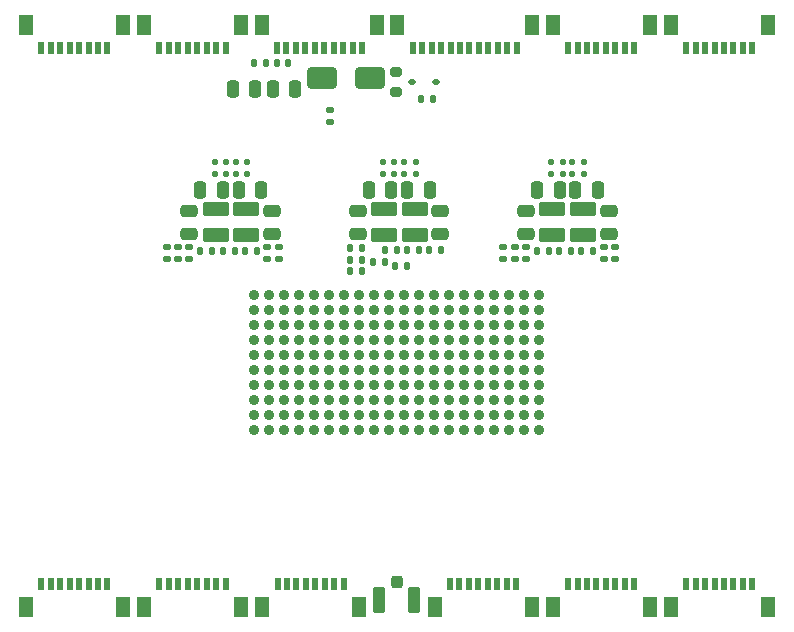
<source format=gtp>
G04 #@! TF.GenerationSoftware,KiCad,Pcbnew,8.0.5*
G04 #@! TF.CreationDate,2026-01-30T21:43:25+07:00*
G04 #@! TF.ProjectId,RouterCoreBaseRevA,526f7574-6572-4436-9f72-654261736552,rev?*
G04 #@! TF.SameCoordinates,PX2793d60PY5cfbb60*
G04 #@! TF.FileFunction,Paste,Top*
G04 #@! TF.FilePolarity,Positive*
%FSLAX46Y46*%
G04 Gerber Fmt 4.6, Leading zero omitted, Abs format (unit mm)*
G04 Created by KiCad (PCBNEW 8.0.5) date 2026-01-30 21:43:25*
%MOMM*%
%LPD*%
G01*
G04 APERTURE LIST*
G04 Aperture macros list*
%AMRoundRect*
0 Rectangle with rounded corners*
0 $1 Rounding radius*
0 $2 $3 $4 $5 $6 $7 $8 $9 X,Y pos of 4 corners*
0 Add a 4 corners polygon primitive as box body*
4,1,4,$2,$3,$4,$5,$6,$7,$8,$9,$2,$3,0*
0 Add four circle primitives for the rounded corners*
1,1,$1+$1,$2,$3*
1,1,$1+$1,$4,$5*
1,1,$1+$1,$6,$7*
1,1,$1+$1,$8,$9*
0 Add four rect primitives between the rounded corners*
20,1,$1+$1,$2,$3,$4,$5,0*
20,1,$1+$1,$4,$5,$6,$7,0*
20,1,$1+$1,$6,$7,$8,$9,0*
20,1,$1+$1,$8,$9,$2,$3,0*%
G04 Aperture macros list end*
%ADD10RoundRect,0.250000X-0.250000X-0.475000X0.250000X-0.475000X0.250000X0.475000X-0.250000X0.475000X0*%
%ADD11RoundRect,0.250000X1.000000X0.650000X-1.000000X0.650000X-1.000000X-0.650000X1.000000X-0.650000X0*%
%ADD12R,0.500000X1.000000*%
%ADD13R,1.200000X1.700000*%
%ADD14RoundRect,0.125000X0.125000X0.155000X-0.125000X0.155000X-0.125000X-0.155000X0.125000X-0.155000X0*%
%ADD15RoundRect,0.250000X0.850000X-0.375000X0.850000X0.375000X-0.850000X0.375000X-0.850000X-0.375000X0*%
%ADD16RoundRect,0.135000X0.185000X-0.135000X0.185000X0.135000X-0.185000X0.135000X-0.185000X-0.135000X0*%
%ADD17RoundRect,0.250000X0.250000X0.475000X-0.250000X0.475000X-0.250000X-0.475000X0.250000X-0.475000X0*%
%ADD18RoundRect,0.135000X-0.135000X-0.185000X0.135000X-0.185000X0.135000X0.185000X-0.135000X0.185000X0*%
%ADD19RoundRect,0.135000X-0.185000X0.135000X-0.185000X-0.135000X0.185000X-0.135000X0.185000X0.135000X0*%
%ADD20RoundRect,0.135000X0.135000X0.185000X-0.135000X0.185000X-0.135000X-0.185000X0.135000X-0.185000X0*%
%ADD21RoundRect,0.250000X0.475000X-0.250000X0.475000X0.250000X-0.475000X0.250000X-0.475000X-0.250000X0*%
%ADD22RoundRect,0.250000X-0.250000X0.275000X-0.250000X-0.275000X0.250000X-0.275000X0.250000X0.275000X0*%
%ADD23RoundRect,0.250000X-0.275000X0.850000X-0.275000X-0.850000X0.275000X-0.850000X0.275000X0.850000X0*%
%ADD24RoundRect,0.125000X-0.125000X-0.155000X0.125000X-0.155000X0.125000X0.155000X-0.125000X0.155000X0*%
%ADD25RoundRect,0.200000X-0.275000X0.200000X-0.275000X-0.200000X0.275000X-0.200000X0.275000X0.200000X0*%
%ADD26C,0.890000*%
%ADD27RoundRect,0.147500X0.147500X0.172500X-0.147500X0.172500X-0.147500X-0.172500X0.147500X-0.172500X0*%
%ADD28RoundRect,0.112500X-0.187500X-0.112500X0.187500X-0.112500X0.187500X0.112500X-0.187500X0.112500X0*%
G04 APERTURE END LIST*
D10*
X47625000Y36675000D03*
X49525000Y36675000D03*
D11*
X30200000Y46100000D03*
X26200000Y46100000D03*
D12*
X57000000Y3300000D03*
X57800000Y3300000D03*
X58600000Y3300000D03*
X59400000Y3300000D03*
X60200000Y3300000D03*
X61000000Y3300000D03*
X61800000Y3300000D03*
X62600000Y3300000D03*
D13*
X55700000Y1350000D03*
X63900000Y1350000D03*
D14*
X19820000Y38025000D03*
X18850000Y38025000D03*
D15*
X34000000Y32850000D03*
X34000000Y35000000D03*
D16*
X21525000Y30790000D03*
X21525000Y31810000D03*
D17*
X46275000Y36675000D03*
X44375000Y36675000D03*
D10*
X33375000Y36675000D03*
X35275000Y36675000D03*
D18*
X20415000Y47425000D03*
X21435000Y47425000D03*
D14*
X34085000Y38025000D03*
X33115000Y38025000D03*
D19*
X22500000Y31810000D03*
X22500000Y30790000D03*
D20*
X31510000Y30525000D03*
X30490000Y30525000D03*
D17*
X20500000Y45200000D03*
X18600000Y45200000D03*
D16*
X50025000Y30790000D03*
X50025000Y31810000D03*
D21*
X29175000Y32950000D03*
X29175000Y34850000D03*
D15*
X45650000Y32850000D03*
X45650000Y35000000D03*
D22*
X32500000Y3450000D03*
D23*
X33975000Y1925000D03*
X31025000Y1925000D03*
D18*
X32340000Y30175000D03*
X33360000Y30175000D03*
D12*
X29550000Y48700000D03*
X28750000Y48700000D03*
X27950000Y48700000D03*
X27150000Y48700000D03*
X26350000Y48700000D03*
X25550000Y48700000D03*
X24750000Y48700000D03*
X23950000Y48700000D03*
X23150000Y48700000D03*
X22350000Y48700000D03*
D13*
X30850000Y50650000D03*
X21050000Y50650000D03*
D12*
X8000000Y48700000D03*
X7200000Y48700000D03*
X6400000Y48700000D03*
X5600000Y48700000D03*
X4800000Y48700000D03*
X4000000Y48700000D03*
X3200000Y48700000D03*
X2400000Y48700000D03*
D13*
X9300000Y50650000D03*
X1100000Y50650000D03*
D19*
X41450000Y31810000D03*
X41450000Y30790000D03*
D16*
X14925000Y30790000D03*
X14925000Y31810000D03*
D17*
X32025000Y36675000D03*
X30125000Y36675000D03*
D19*
X42475000Y31810000D03*
X42475000Y30790000D03*
D15*
X31400000Y32850000D03*
X31400000Y35000000D03*
D12*
X12400000Y3300000D03*
X13200000Y3300000D03*
X14000000Y3300000D03*
X14800000Y3300000D03*
X15600000Y3300000D03*
X16400000Y3300000D03*
X17200000Y3300000D03*
X18000000Y3300000D03*
D13*
X11100000Y1350000D03*
X19300000Y1350000D03*
D24*
X45580000Y39040000D03*
X46550000Y39040000D03*
D15*
X17150000Y32850000D03*
X17150000Y35000000D03*
D21*
X50425000Y32950000D03*
X50425000Y34850000D03*
D24*
X45580000Y38025000D03*
X46550000Y38025000D03*
D12*
X52600000Y48700000D03*
X51800000Y48700000D03*
X51000000Y48700000D03*
X50200000Y48700000D03*
X49400000Y48700000D03*
X48600000Y48700000D03*
X47800000Y48700000D03*
X47000000Y48700000D03*
D13*
X53900000Y50650000D03*
X45700000Y50650000D03*
D16*
X26850000Y42365000D03*
X26850000Y43385000D03*
D12*
X37000000Y3300000D03*
X37800000Y3300000D03*
X38600000Y3300000D03*
X39400000Y3300000D03*
X40200000Y3300000D03*
X41000000Y3300000D03*
X41800000Y3300000D03*
X42600000Y3300000D03*
D13*
X35700000Y1350000D03*
X43900000Y1350000D03*
D10*
X22000000Y45200000D03*
X23900000Y45200000D03*
D18*
X28540000Y29800000D03*
X29560000Y29800000D03*
D14*
X48320000Y38025000D03*
X47350000Y38025000D03*
D18*
X46240000Y31500000D03*
X47260000Y31500000D03*
D20*
X29560000Y31700000D03*
X28540000Y31700000D03*
X35560000Y44375000D03*
X34540000Y44375000D03*
D21*
X14925000Y32950000D03*
X14925000Y34850000D03*
D12*
X62600000Y48700000D03*
X61800000Y48700000D03*
X61000000Y48700000D03*
X60200000Y48700000D03*
X59400000Y48700000D03*
X58600000Y48700000D03*
X57800000Y48700000D03*
X57000000Y48700000D03*
D13*
X63900000Y50650000D03*
X55700000Y50650000D03*
D25*
X32450000Y46625000D03*
X32450000Y44975000D03*
D12*
X42650000Y48700000D03*
X41850000Y48700000D03*
X41050000Y48700000D03*
X40250000Y48700000D03*
X39450000Y48700000D03*
X38650000Y48700000D03*
X37850000Y48700000D03*
X37050000Y48700000D03*
X36250000Y48700000D03*
X35450000Y48700000D03*
X34650000Y48700000D03*
X33850000Y48700000D03*
D13*
X43950000Y50650000D03*
X32550000Y50650000D03*
D14*
X48320000Y39040000D03*
X47350000Y39040000D03*
D20*
X49135000Y31500000D03*
X48115000Y31500000D03*
D12*
X47000000Y3300000D03*
X47800000Y3300000D03*
X48600000Y3300000D03*
X49400000Y3300000D03*
X50200000Y3300000D03*
X51000000Y3300000D03*
X51800000Y3300000D03*
X52600000Y3300000D03*
D13*
X45700000Y1350000D03*
X53900000Y1350000D03*
D21*
X43425000Y32950000D03*
X43425000Y34850000D03*
X21925000Y32950000D03*
X21925000Y34850000D03*
D24*
X31315000Y39040000D03*
X32285000Y39040000D03*
D18*
X15865000Y31500000D03*
X16885000Y31500000D03*
X28540000Y30750000D03*
X29560000Y30750000D03*
X44365000Y31500000D03*
X45385000Y31500000D03*
D14*
X19820000Y39040000D03*
X18850000Y39040000D03*
D12*
X18000000Y48700000D03*
X17200000Y48700000D03*
X16400000Y48700000D03*
X15600000Y48700000D03*
X14800000Y48700000D03*
X14000000Y48700000D03*
X13200000Y48700000D03*
X12400000Y48700000D03*
D13*
X19300000Y50650000D03*
X11100000Y50650000D03*
D26*
X44565000Y16335000D03*
X43295000Y16335000D03*
X42025000Y16335000D03*
X40755000Y16335000D03*
X39485000Y16335000D03*
X38215000Y16335000D03*
X36945000Y16335000D03*
X35675000Y16335000D03*
X34405000Y16335000D03*
X33135000Y16335000D03*
X31865000Y16335000D03*
X30595000Y16335000D03*
X29325000Y16335000D03*
X28055000Y16335000D03*
X26785000Y16335000D03*
X25515000Y16335000D03*
X24245000Y16335000D03*
X22975000Y16335000D03*
X21705000Y16335000D03*
X20435000Y16335000D03*
X44565000Y17605000D03*
X43295000Y17605000D03*
X42025000Y17605000D03*
X40755000Y17605000D03*
X39485000Y17605000D03*
X38215000Y17605000D03*
X36945000Y17605000D03*
X35675000Y17605000D03*
X34405000Y17605000D03*
X33135000Y17605000D03*
X31865000Y17605000D03*
X30595000Y17605000D03*
X29325000Y17605000D03*
X28055000Y17605000D03*
X26785000Y17605000D03*
X25515000Y17605000D03*
X24245000Y17605000D03*
X22975000Y17605000D03*
X21705000Y17605000D03*
X20435000Y17605000D03*
X44565000Y18875000D03*
X43295000Y18875000D03*
X42025000Y18875000D03*
X40755000Y18875000D03*
X39485000Y18875000D03*
X38215000Y18875000D03*
X36945000Y18875000D03*
X35675000Y18875000D03*
X34405000Y18875000D03*
X33135000Y18875000D03*
X31865000Y18875000D03*
X30595000Y18875000D03*
X29325000Y18875000D03*
X28055000Y18875000D03*
X26785000Y18875000D03*
X25515000Y18875000D03*
X24245000Y18875000D03*
X22975000Y18875000D03*
X21705000Y18875000D03*
X20435000Y18875000D03*
X44565000Y20145000D03*
X43295000Y20145000D03*
X42025000Y20145000D03*
X40755000Y20145000D03*
X39485000Y20145000D03*
X38215000Y20145000D03*
X36945000Y20145000D03*
X35675000Y20145000D03*
X34405000Y20145000D03*
X33135000Y20145000D03*
X31865000Y20145000D03*
X30595000Y20145000D03*
X29325000Y20145000D03*
X28055000Y20145000D03*
X26785000Y20145000D03*
X25515000Y20145000D03*
X24245000Y20145000D03*
X22975000Y20145000D03*
X21705000Y20145000D03*
X20435000Y20145000D03*
X44565000Y21415000D03*
X43295000Y21415000D03*
X42025000Y21415000D03*
X40755000Y21415000D03*
X39485000Y21415000D03*
X38215000Y21415000D03*
X36945000Y21415000D03*
X35675000Y21415000D03*
X34405000Y21415000D03*
X33135000Y21415000D03*
X31865000Y21415000D03*
X30595000Y21415000D03*
X29325000Y21415000D03*
X28055000Y21415000D03*
X26785000Y21415000D03*
X25515000Y21415000D03*
X24245000Y21415000D03*
X22975000Y21415000D03*
X21705000Y21415000D03*
X20435000Y21415000D03*
X44565000Y22685000D03*
X43295000Y22685000D03*
X42025000Y22685000D03*
X40755000Y22685000D03*
X39485000Y22685000D03*
X38215000Y22685000D03*
X36945000Y22685000D03*
X35675000Y22685000D03*
X34405000Y22685000D03*
X33135000Y22685000D03*
X31865000Y22685000D03*
X30595000Y22685000D03*
X29325000Y22685000D03*
X28055000Y22685000D03*
X26785000Y22685000D03*
X25515000Y22685000D03*
X24245000Y22685000D03*
X22975000Y22685000D03*
X21705000Y22685000D03*
X20435000Y22685000D03*
X44565000Y23955000D03*
X43295000Y23955000D03*
X42025000Y23955000D03*
X40755000Y23955000D03*
X39485000Y23955000D03*
X38215000Y23955000D03*
X36945000Y23955000D03*
X35675000Y23955000D03*
X34405000Y23955000D03*
X33135000Y23955000D03*
X31865000Y23955000D03*
X30595000Y23955000D03*
X29325000Y23955000D03*
X28055000Y23955000D03*
X26785000Y23955000D03*
X25515000Y23955000D03*
X24245000Y23955000D03*
X22975000Y23955000D03*
X21705000Y23955000D03*
X20435000Y23955000D03*
X44565000Y25225000D03*
X43295000Y25225000D03*
X42025000Y25225000D03*
X40755000Y25225000D03*
X39485000Y25225000D03*
X38215000Y25225000D03*
X36945000Y25225000D03*
X35675000Y25225000D03*
X34405000Y25225000D03*
X33135000Y25225000D03*
X31865000Y25225000D03*
X30595000Y25225000D03*
X29325000Y25225000D03*
X28055000Y25225000D03*
X26785000Y25225000D03*
X25515000Y25225000D03*
X24245000Y25225000D03*
X22975000Y25225000D03*
X21705000Y25225000D03*
X20435000Y25225000D03*
X44565000Y26495000D03*
X43295000Y26495000D03*
X42025000Y26495000D03*
X40755000Y26495000D03*
X39485000Y26495000D03*
X38215000Y26495000D03*
X36945000Y26495000D03*
X35675000Y26495000D03*
X34405000Y26495000D03*
X33135000Y26495000D03*
X31865000Y26495000D03*
X30595000Y26495000D03*
X29325000Y26495000D03*
X28055000Y26495000D03*
X26785000Y26495000D03*
X25515000Y26495000D03*
X24245000Y26495000D03*
X22975000Y26495000D03*
X21705000Y26495000D03*
X20435000Y26495000D03*
X44565000Y27765000D03*
X43295000Y27765000D03*
X42025000Y27765000D03*
X40755000Y27765000D03*
X39485000Y27765000D03*
X38215000Y27765000D03*
X36945000Y27765000D03*
X35675000Y27765000D03*
X34405000Y27765000D03*
X33135000Y27765000D03*
X31865000Y27765000D03*
X30595000Y27765000D03*
X29325000Y27765000D03*
X28055000Y27765000D03*
X26785000Y27765000D03*
X25515000Y27765000D03*
X24245000Y27765000D03*
X22975000Y27765000D03*
X21705000Y27765000D03*
X20435000Y27765000D03*
D14*
X34085000Y39040000D03*
X33115000Y39040000D03*
D17*
X17775000Y36675000D03*
X15875000Y36675000D03*
D16*
X43425000Y30790000D03*
X43425000Y31810000D03*
D24*
X17080000Y38025000D03*
X18050000Y38025000D03*
D27*
X23285000Y47425000D03*
X22315000Y47425000D03*
D21*
X36175000Y32950000D03*
X36175000Y34850000D03*
D10*
X19125000Y36675000D03*
X21025000Y36675000D03*
D18*
X31465000Y31525000D03*
X32485000Y31525000D03*
D28*
X33750000Y45800000D03*
X35850000Y45800000D03*
D18*
X35215000Y31525000D03*
X36235000Y31525000D03*
D20*
X34360000Y31525000D03*
X33340000Y31525000D03*
D12*
X2400000Y3300000D03*
X3200000Y3300000D03*
X4000000Y3300000D03*
X4800000Y3300000D03*
X5600000Y3300000D03*
X6400000Y3300000D03*
X7200000Y3300000D03*
X8000000Y3300000D03*
D13*
X1100000Y1350000D03*
X9300000Y1350000D03*
D24*
X17080000Y39040000D03*
X18050000Y39040000D03*
X31315000Y38025000D03*
X32285000Y38025000D03*
D18*
X17740000Y31500000D03*
X18760000Y31500000D03*
D15*
X19750000Y32850000D03*
X19750000Y35000000D03*
D19*
X13000000Y31810000D03*
X13000000Y30790000D03*
D20*
X20635000Y31500000D03*
X19615000Y31500000D03*
D12*
X22400000Y3300000D03*
X23200000Y3300000D03*
X24000000Y3300000D03*
X24800000Y3300000D03*
X25600000Y3300000D03*
X26400000Y3300000D03*
X27200000Y3300000D03*
X28000000Y3300000D03*
D13*
X21100000Y1350000D03*
X29300000Y1350000D03*
D19*
X13950000Y31810000D03*
X13950000Y30790000D03*
X51000000Y31810000D03*
X51000000Y30790000D03*
D15*
X48250000Y32850000D03*
X48250000Y35000000D03*
M02*

</source>
